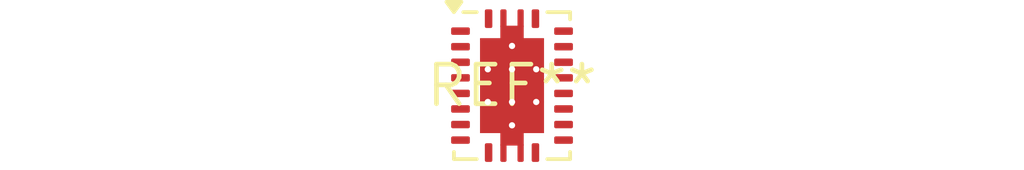
<source format=kicad_pcb>
(kicad_pcb (version 20240108) (generator pcbnew)
  (layers (0 "F.Cu" signal) (31 "B.Cu" signal) (34 "B.Paste" user) (35 "F.Paste" user) (36 "B.SilkS" user "B.Silkscreen") (37 "F.SilkS" user "F.Silkscreen") (38 "B.Mask" user) (39 "F.Mask" user) (44 "Edge.Cuts" user))
  (net 0 "")
  (footprint "Texas_VQFN-RHL-20_ThermalVias" (layer "F.Cu") (at 0 0)
    (property "Reference" "REF**")
    (property "Value" "Texas_VQFN-RHL-20_ThermalVias")
    (fp_line (start -1.86 2.13) (end -1.86 2.36) (layer "F.SilkS") (stroke (width 0.12)))
    (fp_line (start -1.86 2.36) (end -1.13 2.36) (layer "F.SilkS") (stroke (width 0.12)))
    (fp_line (start -1.13 -2.36) (end -1.56 -2.36) (layer "F.SilkS") (stroke (width 0.12)))
    (fp_line (start 1.13 -2.36) (end 1.86 -2.36) (layer "F.SilkS") (stroke (width 0.12)))
    (fp_line (start 1.13 2.36) (end 1.86 2.36) (layer "F.SilkS") (stroke (width 0.12)))
    (fp_line (start 1.86 -2.36) (end 1.86 -2.13) (layer "F.SilkS") (stroke (width 0.12)))
    (fp_line (start 1.86 2.13) (end 1.86 2.36) (layer "F.SilkS") (stroke (width 0.12)))
    (fp_poly (pts (xy -1.86 -2.36) (xy -2.1 -2.69) (xy -1.62 -2.69) (xy -1.86 -2.36)) (layer "F.SilkS") (stroke (width 0.12)) (fill solid))
    (pad "1" smd roundrect (at -0.75 -2.15) (size 0.24 0.6) (layers "F.Cu" "F.Paste" "F.Mask") (roundrect_rratio 0.21))
    (pad "2" smd roundrect (at -1.65 -1.75) (size 0.6 0.24) (layers "F.Cu" "F.Paste" "F.Mask") (roundrect_rratio 0.21))
    (pad "3" smd roundrect (at -1.65 -1.25) (size 0.6 0.24) (layers "F.Cu" "F.Paste" "F.Mask") (roundrect_rratio 0.21))
    (pad "4" smd roundrect (at -1.65 -0.75) (size 0.6 0.24) (layers "F.Cu" "F.Paste" "F.Mask") (roundrect_rratio 0.21))
    (pad "5" smd roundrect (at -1.65 -0.25) (size 0.6 0.24) (layers "F.Cu" "F.Paste" "F.Mask") (roundrect_rratio 0.21))
    (pad "6" smd roundrect (at -1.65 0.25) (size 0.6 0.24) (layers "F.Cu" "F.Paste" "F.Mask") (roundrect_rratio 0.21))
    (pad "7" smd roundrect (at -1.65 0.75) (size 0.6 0.24) (layers "F.Cu" "F.Paste" "F.Mask") (roundrect_rratio 0.21))
    (pad "8" smd roundrect (at -1.65 1.25) (size 0.6 0.24) (layers "F.Cu" "F.Paste" "F.Mask") (roundrect_rratio 0.21))
    (pad "9" smd roundrect (at -1.65 1.75) (size 0.6 0.24) (layers "F.Cu" "F.Paste" "F.Mask") (roundrect_rratio 0.21))
    (pad "10" smd roundrect (at -0.75 2.15) (size 0.24 0.6) (layers "F.Cu" "F.Paste" "F.Mask") (roundrect_rratio 0.21))
    (pad "11" smd roundrect (at 0.75 2.15) (size 0.24 0.6) (layers "F.Cu" "F.Paste" "F.Mask") (roundrect_rratio 0.21))
    (pad "12" smd roundrect (at 1.65 1.75) (size 0.6 0.24) (layers "F.Cu" "F.Paste" "F.Mask") (roundrect_rratio 0.21))
    (pad "13" smd roundrect (at 1.65 1.25) (size 0.6 0.24) (layers "F.Cu" "F.Paste" "F.Mask") (roundrect_rratio 0.21))
    (pad "14" smd roundrect (at 1.65 0.75) (size 0.6 0.24) (layers "F.Cu" "F.Paste" "F.Mask") (roundrect_rratio 0.21))
    (pad "15" smd roundrect (at 1.65 0.25) (size 0.6 0.24) (layers "F.Cu" "F.Paste" "F.Mask") (roundrect_rratio 0.21))
    (pad "16" smd roundrect (at 1.65 -0.25) (size 0.6 0.24) (layers "F.Cu" "F.Paste" "F.Mask") (roundrect_rratio 0.21))
    (pad "17" smd roundrect (at 1.65 -0.75) (size 0.6 0.24) (layers "F.Cu" "F.Paste" "F.Mask") (roundrect_rratio 0.21))
    (pad "18" smd roundrect (at 1.65 -1.25) (size 0.6 0.24) (layers "F.Cu" "F.Paste" "F.Mask") (roundrect_rratio 0.21))
    (pad "19" smd roundrect (at 1.65 -1.75) (size 0.6 0.24) (layers "F.Cu" "F.Paste" "F.Mask") (roundrect_rratio 0.21))
    (pad "20" smd roundrect (at 0.75 -2.15) (size 0.24 0.6) (layers "F.Cu" "F.Paste" "F.Mask") (roundrect_rratio 0.21))
    (pad "21" thru_hole circle (at -0.775 -0.525) (size 0.5 0.5) (drill 0.2) (layers *.Cu) (remove_unused_layers))
    (pad "21" thru_hole circle (at -0.775 0.525) (size 0.5 0.5) (drill 0.2) (layers *.Cu) (remove_unused_layers))
    (pad "21" smd roundrect (at -0.275 -2.15) (size 0.2 0.6) (layers "F.Cu" "F.Paste" "F.Mask"))
    (pad "21" smd roundrect (at -0.275 2.15) (size 0.2 0.6) (layers "F.Cu" "F.Paste" "F.Mask"))
    (pad "21" thru_hole circle (at 0 -1.275) (size 0.5 0.5) (drill 0.2) (layers *.Cu) (remove_unused_layers))
    (pad "21" thru_hole circle (at 0 -0.525) (size 0.5 0.5) (drill 0.2) (layers *.Cu) (remove_unused_layers))
    (pad "21" smd custom (at 0 0) (size 1.524 1.524) (layers "F.Cu" "F.Mask") (options (clearance outline) (anchor rect)) (primitives (gr_poly (pts (xy 0.375 -1.525) (xy 1.025 -1.525) (xy 1.025 1.525) (xy 0.375 1.525) (xy 0.375 1.925) (xy -0.375 1.925) (xy -0.375 1.525) (xy -1.025 1.525) (xy -1.025 -1.525) (xy -0.375 -1.525) (xy -0.375 -1.925) (xy 0.375 -1.925)) (width 0) (fill yes))))
    (pad "21" thru_hole circle (at 0 0.525) (size 0.5 0.5) (drill 0.2) (layers *.Cu) (remove_unused_layers))
    (pad "21" thru_hole circle (at 0 1.275) (size 0.5 0.5) (drill 0.2) (layers *.Cu) (remove_unused_layers))
    (pad "21" smd roundrect (at 0.275 -2.15) (size 0.2 0.6) (layers "F.Cu" "F.Paste" "F.Mask"))
    (pad "21" smd roundrect (at 0.275 2.15) (size 0.2 0.6) (layers "F.Cu" "F.Paste" "F.Mask"))
    (pad "21" thru_hole circle (at 0.775 -0.525) (size 0.5 0.5) (drill 0.2) (layers *.Cu) (remove_unused_layers))
    (pad "21" thru_hole circle (at 0.775 0.525) (size 0.5 0.5) (drill 0.2) (layers *.Cu) (remove_unused_layers))
  )
)
</source>
